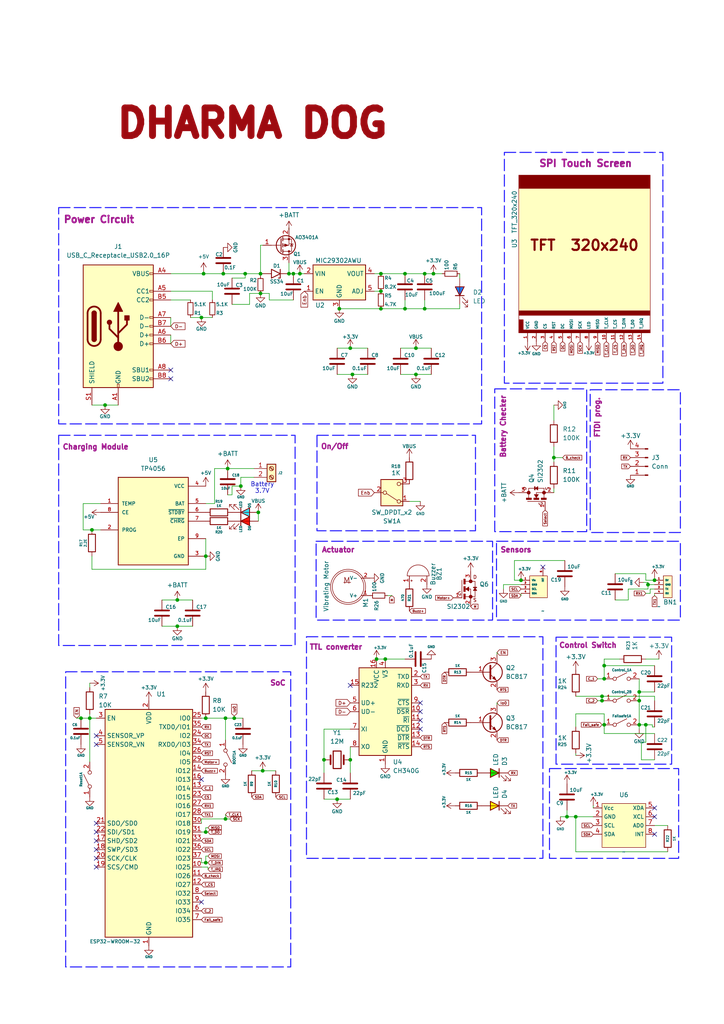
<source format=kicad_sch>
(kicad_sch (version 20230121) (generator eeschema)
  (paper "A4" portrait)
  (title_block (title "Smart Remote") (date "2024-08-23") (rev "Version 2.0") (company "KIIT Robotics Society") (comment 1 "RoboFest Gujrat"))
  (junction (at 59.69 250.19))
  (junction (at 174.625 203.2))
  (junction (at 160.655 132.715))
  (junction (at 189.865 168.275))
  (junction (at 111.76 191.135))
  (junction (at 167.005 236.855))
  (junction (at 110.49 89.535))
  (junction (at 71.12 79.375))
  (junction (at 185.42 203.2))
  (junction (at 110.49 79.375))
  (junction (at 175.26 193.04))
  (junction (at 75.565 85.09))
  (junction (at 65.405 237.49))
  (junction (at 120.65 100.965))
  (junction (at 59.69 161.29))
  (junction (at 65.405 208.28))
  (junction (at 64.77 79.375))
  (junction (at 175.26 210.185))
  (junction (at 123.19 89.535))
  (junction (at 109.22 191.135))
  (junction (at 26.035 208.28))
  (junction (at 30.48 117.475))
  (junction (at 59.69 241.3))
  (junction (at 175.26 196.85))
  (junction (at 51.435 173.99))
  (junction (at 125.73 79.375))
  (junction (at 85.09 79.375))
  (junction (at 120.65 108.585))
  (junction (at 164.465 236.855))
  (junction (at 123.19 79.375))
  (junction (at 187.96 169.545))
  (junction (at 97.79 231.775))
  (junction (at 117.475 79.375))
  (junction (at 101.6 220.345))
  (junction (at 110.49 84.455))
  (junction (at 74.93 148.59))
  (junction (at 98.425 89.535))
  (junction (at 151.13 168.275))
  (junction (at 101.6 100.965))
  (junction (at 66.04 135.89))
  (junction (at 117.475 89.535))
  (junction (at 59.055 79.375))
  (junction (at 185.42 210.185))
  (junction (at 185.42 200.66))
  (junction (at 51.435 181.61))
  (junction (at 26.67 153.67))
  (junction (at 75.565 79.375))
  (junction (at 83.82 79.375))
  (junction (at 69.85 140.97))
  (junction (at 86.995 79.375))
  (junction (at 174.625 201.93))
  (junction (at 67.945 208.28))
  (junction (at 58.42 92.075))
  (junction (at 76.2 223.52))
  (junction (at 187.325 210.185))
  (junction (at 23.495 208.28))
  (junction (at 102.235 108.585))
  (junction (at 59.69 208.28))
  (junction (at 93.98 220.345))
  (no_connect (at 58.42 261.62))
  (no_connect (at 189.865 241.935))
  (no_connect (at 101.6 198.755))
  (no_connect (at 27.94 213.36))
  (no_connect (at 27.94 246.38))
  (no_connect (at 27.94 243.84))
  (no_connect (at 49.53 109.855))
  (no_connect (at 58.42 226.06))
  (no_connect (at 27.94 215.9))
  (no_connect (at 189.865 236.855))
  (no_connect (at 189.865 234.315))
  (no_connect (at 121.92 206.375))
  (no_connect (at 49.53 107.315))
  (no_connect (at 27.94 241.3))
  (no_connect (at 27.94 248.92))
  (no_connect (at 121.92 208.915))
  (no_connect (at 121.92 211.455))
  (no_connect (at 121.92 203.835))
  (no_connect (at 157.48 164.465))
  (no_connect (at 27.94 251.46))
  (no_connect (at 27.94 238.76))
  (wire (pts (xy 189.865 212.725) (xy 175.26 212.725)))
  (wire (pts (xy 182.245 173.99) (xy 178.435 173.99)))
  (wire (pts (xy 186.055 220.345) (xy 189.865 220.345)))
  (wire (pts (xy 62.23 135.89) (xy 66.04 135.89)))
  (wire (pts (xy 167.005 201.93) (xy 174.625 201.93)))
  (wire (pts (xy 46.99 181.61) (xy 51.435 181.61)))
  (wire (pts (xy 188.595 170.815) (xy 188.595 172.085)))
  (wire (pts (xy 83.82 79.375) (xy 85.09 79.375)))
  (wire (pts (xy 149.225 168.275) (xy 149.225 162.56)))
  (wire (pts (xy 187.325 210.185) (xy 187.325 215.265)))
  (wire (pts (xy 58.42 92.075) (xy 61.595 92.075)))
  (wire (pts (xy 85.09 79.375) (xy 86.995 79.375)))
  (wire (pts (xy 182.245 170.815) (xy 182.245 173.99)))
  (wire (pts (xy 167.005 218.44) (xy 167.005 219.075)))
  (wire (pts (xy 101.6 216.535) (xy 101.6 220.345)))
  (wire (pts (xy 59.69 156.21) (xy 59.69 161.29)))
  (wire (pts (xy 66.04 143.51) (xy 67.31 143.51)))
  (wire (pts (xy 30.48 117.475) (xy 34.29 117.475)))
  (wire (pts (xy 59.69 165.1) (xy 59.69 161.29)))
  (wire (pts (xy 187.325 215.265) (xy 186.055 215.265)))
  (wire (pts (xy 73.025 223.52) (xy 76.2 223.52)))
  (wire (pts (xy 97.79 100.965) (xy 101.6 100.965)))
  (wire (pts (xy 110.49 79.375) (xy 117.475 79.375)))
  (wire (pts (xy 61.595 84.455) (xy 61.595 86.995)))
  (wire (pts (xy 185.42 200.66) (xy 189.865 200.66)))
  (wire (pts (xy 78.105 85.09) (xy 75.565 85.09)))
  (wire (pts (xy 58.42 251.46) (xy 60.325 251.46)))
  (wire (pts (xy 93.98 231.775) (xy 97.79 231.775)))
  (wire (pts (xy 116.205 108.585) (xy 120.65 108.585)))
  (wire (pts (xy 167.005 210.82) (xy 167.005 207.01)))
  (wire (pts (xy 187.96 168.91) (xy 187.96 169.545)))
  (wire (pts (xy 58.42 250.19) (xy 59.69 250.19)))
  (wire (pts (xy 49.53 84.455) (xy 61.595 84.455)))
  (wire (pts (xy 167.005 247.015) (xy 193.675 247.015)))
  (wire (pts (xy 160.655 133.985) (xy 160.655 132.715)))
  (wire (pts (xy 117.475 79.375) (xy 123.19 79.375)))
  (wire (pts (xy 175.26 210.185) (xy 175.26 212.725)))
  (wire (pts (xy 185.42 210.185) (xy 187.325 210.185)))
  (wire (pts (xy 178.435 166.37) (xy 187.325 166.37)))
  (wire (pts (xy 151.13 172.085) (xy 151.13 172.72)))
  (wire (pts (xy 117.475 89.535) (xy 123.19 89.535)))
  (wire (pts (xy 111.76 191.135) (xy 117.475 191.135)))
  (wire (pts (xy 120.65 108.585) (xy 125.095 108.585)))
  (wire (pts (xy 66.04 135.89) (xy 73.66 135.89)))
  (wire (pts (xy 186.69 168.91) (xy 187.96 168.91)))
  (wire (pts (xy 93.98 220.345) (xy 93.98 224.155)))
  (wire (pts (xy 167.005 236.855) (xy 167.005 247.015)))
  (wire (pts (xy 26.67 117.475) (xy 30.48 117.475)))
  (wire (pts (xy 58.42 250.19) (xy 58.42 248.92)))
  (wire (pts (xy 160.655 121.92) (xy 160.655 117.475)))
  (wire (pts (xy 60.325 251.46) (xy 60.325 252.095)))
  (wire (pts (xy 26.67 153.67) (xy 29.21 153.67)))
  (wire (pts (xy 185.42 210.185) (xy 185.42 211.455)))
  (wire (pts (xy 59.69 241.3) (xy 60.325 241.3)))
  (wire (pts (xy 185.42 196.85) (xy 185.42 200.66)))
  (wire (pts (xy 26.67 165.1) (xy 59.69 165.1)))
  (wire (pts (xy 93.98 211.455) (xy 93.98 220.345)))
  (wire (pts (xy 78.105 86.995) (xy 78.105 85.09)))
  (wire (pts (xy 175.26 191.135) (xy 179.705 191.135)))
  (wire (pts (xy 59.69 250.19) (xy 60.325 250.19)))
  (wire (pts (xy 123.19 79.375) (xy 125.73 79.375)))
  (wire (pts (xy 64.77 79.375) (xy 71.12 79.375)))
  (wire (pts (xy 59.69 146.05) (xy 62.23 146.05)))
  (wire (pts (xy 118.745 145.415) (xy 121.92 145.415)))
  (wire (pts (xy 123.19 89.535) (xy 133.35 89.535)))
  (wire (pts (xy 167.005 236.855) (xy 172.085 236.855)))
  (wire (pts (xy 160.655 132.715) (xy 163.195 132.715)))
  (wire (pts (xy 101.6 100.965) (xy 106.68 100.965)))
  (wire (pts (xy 49.53 79.375) (xy 59.055 79.375)))
  (wire (pts (xy 59.69 208.28) (xy 65.405 208.28)))
  (wire (pts (xy 144.145 203.835) (xy 144.145 204.47)))
  (wire (pts (xy 174.625 201.93) (xy 174.625 203.2)))
  (wire (pts (xy 67.945 208.28) (xy 70.485 208.28)))
  (wire (pts (xy 189.865 201.93) (xy 174.625 201.93)))
  (wire (pts (xy 85.09 86.995) (xy 78.105 86.995)))
  (wire (pts (xy 29.21 146.05) (xy 24.13 146.05)))
  (wire (pts (xy 185.42 203.2) (xy 185.42 210.185)))
  (wire (pts (xy 175.26 193.04) (xy 175.26 191.135)))
  (wire (pts (xy 112.395 172.72) (xy 113.665 172.72)))
  (wire (pts (xy 101.6 211.455) (xy 93.98 211.455)))
  (wire (pts (xy 164.465 236.855) (xy 167.005 236.855)))
  (wire (pts (xy 189.865 172.72) (xy 189.865 172.085)))
  (wire (pts (xy 123.19 89.535) (xy 123.19 86.995)))
  (wire (pts (xy 108.585 79.375) (xy 110.49 79.375)))
  (wire (pts (xy 189.23 210.185) (xy 189.23 210.82)))
  (wire (pts (xy 59.055 79.375) (xy 64.77 79.375)))
  (wire (pts (xy 187.96 169.545) (xy 187.96 170.815)))
  (wire (pts (xy 187.325 168.275) (xy 189.865 168.275)))
  (wire (pts (xy 189.865 239.395) (xy 193.675 239.395)))
  (wire (pts (xy 116.205 100.965) (xy 120.65 100.965)))
  (wire (pts (xy 59.055 78.74) (xy 59.055 79.375)))
  (wire (pts (xy 59.69 240.03) (xy 59.69 241.3)))
  (wire (pts (xy 46.99 173.99) (xy 51.435 173.99)))
  (wire (pts (xy 71.12 79.375) (xy 75.565 79.375)))
  (wire (pts (xy 65.405 208.28) (xy 67.945 208.28)))
  (wire (pts (xy 59.69 241.3) (xy 58.42 241.3)))
  (wire (pts (xy 67.945 207.645) (xy 67.945 208.28)))
  (wire (pts (xy 188.595 172.085) (xy 187.325 172.085)))
  (wire (pts (xy 67.31 88.265) (xy 72.39 88.265)))
  (wire (pts (xy 175.26 193.04) (xy 189.865 193.04)))
  (wire (pts (xy 102.235 108.585) (xy 106.68 108.585)))
  (wire (pts (xy 23.495 208.28) (xy 26.035 208.28)))
  (wire (pts (xy 60.325 240.03) (xy 59.69 240.03)))
  (wire (pts (xy 164.465 234.95) (xy 164.465 236.855)))
  (wire (pts (xy 26.035 207.01) (xy 26.035 208.28)))
  (wire (pts (xy 26.035 208.28) (xy 26.035 220.98)))
  (wire (pts (xy 65.405 208.28) (xy 65.405 214.63)))
  (wire (pts (xy 149.225 162.56) (xy 163.83 162.56)))
  (wire (pts (xy 26.67 161.29) (xy 26.67 165.1)))
  (wire (pts (xy 24.13 153.67) (xy 26.67 153.67)))
  (wire (pts (xy 133.35 79.375) (xy 133.35 80.645)))
  (wire (pts (xy 49.53 92.075) (xy 49.53 94.615)))
  (wire (pts (xy 173.355 203.2) (xy 174.625 203.2)))
  (wire (pts (xy 75.565 79.375) (xy 75.565 71.12)))
  (wire (pts (xy 117.475 89.535) (xy 117.475 86.995)))
  (wire (pts (xy 109.22 191.135) (xy 111.76 191.135)))
  (wire (pts (xy 83.82 76.2) (xy 83.82 79.375)))
  (wire (pts (xy 189.865 167.64) (xy 189.865 168.275)))
  (wire (pts (xy 173.355 196.85) (xy 175.26 196.85)))
  (wire (pts (xy 67.31 143.51) (xy 67.31 140.97)))
  (wire (pts (xy 73.66 138.43) (xy 69.85 138.43)))
  (wire (pts (xy 24.13 146.05) (xy 24.13 153.67)))
  (wire (pts (xy 55.245 92.075) (xy 58.42 92.075)))
  (wire (pts (xy 189.865 203.2) (xy 189.865 201.93)))
  (wire (pts (xy 174.625 203.2) (xy 175.26 203.2)))
  (wire (pts (xy 146.05 170.815) (xy 146.05 169.545)))
  (wire (pts (xy 26.035 198.12) (xy 26.035 199.39)))
  (wire (pts (xy 71.12 80.645) (xy 71.12 79.375)))
  (wire (pts (xy 146.05 169.545) (xy 151.13 169.545)))
  (wire (pts (xy 22.225 208.28) (xy 23.495 208.28)))
  (wire (pts (xy 97.79 108.585) (xy 102.235 108.585)))
  (wire (pts (xy 187.96 169.545) (xy 189.865 169.545)))
  (wire (pts (xy 51.435 181.61) (xy 55.88 181.61)))
  (wire (pts (xy 172.085 233.68) (xy 172.085 234.315)))
  (wire (pts (xy 133.35 89.535) (xy 133.35 88.265)))
  (wire (pts (xy 62.23 146.05) (xy 62.23 135.89)))
  (wire (pts (xy 108.585 84.455) (xy 110.49 84.455)))
  (wire (pts (xy 65.405 236.22) (xy 65.405 237.49)))
  (wire (pts (xy 86.995 79.375) (xy 88.265 79.375)))
  (wire (pts (xy 175.26 196.85) (xy 175.26 193.04)))
  (wire (pts (xy 75.565 80.01) (xy 75.565 79.375)))
  (wire (pts (xy 67.31 140.97) (xy 69.85 140.97)))
  (wire (pts (xy 75.565 71.12) (xy 76.2 71.12)))
  (wire (pts (xy 187.325 210.185) (xy 189.23 210.185)))
  (wire (pts (xy 185.42 200.66) (xy 185.42 203.2)))
  (wire (pts (xy 151.13 168.275) (xy 149.225 168.275)))
  (wire (pts (xy 67.31 80.645) (xy 71.12 80.645)))
  (wire (pts (xy 59.69 248.285) (xy 60.325 248.285)))
  (wire (pts (xy 189.23 210.82) (xy 189.865 210.82)))
  (wire (pts (xy 110.49 89.535) (xy 117.475 89.535)))
  (wire (pts (xy 97.79 231.775) (xy 101.6 231.775)))
  (wire (pts (xy 160.655 141.605) (xy 160.655 142.875)))
  (wire (pts (xy 58.42 208.28) (xy 59.69 208.28)))
  (wire (pts (xy 58.42 238.76) (xy 58.42 237.49)))
  (wire (pts (xy 187.96 170.815) (xy 182.245 170.815)))
  (wire (pts (xy 69.85 138.43) (xy 69.85 140.97)))
  (wire (pts (xy 187.325 191.135) (xy 191.135 191.135)))
  (wire (pts (xy 72.39 88.265) (xy 72.39 85.09)))
  (wire (pts (xy 175.26 207.01) (xy 175.26 210.185)))
  (wire (pts (xy 101.6 220.345) (xy 101.6 224.155)))
  (wire (pts (xy 26.035 208.28) (xy 27.94 208.28)))
  (wire (pts (xy 51.435 173.99) (xy 55.88 173.99)))
  (wire (pts (xy 125.73 79.375) (xy 128.27 79.375)))
  (wire (pts (xy 144.145 189.23) (xy 144.145 189.865)))
  (wire (pts (xy 174.625 210.185) (xy 175.26 210.185)))
  (wire (pts (xy 189.865 170.815) (xy 188.595 170.815)))
  (wire (pts (xy 83.82 66.04) (xy 83.82 66.675)))
  (wire (pts (xy 59.69 250.19) (xy 59.69 248.285)))
  (wire (pts (xy 75.565 79.375) (xy 76.2 79.375)))
  (wire (pts (xy 72.39 85.09) (xy 75.565 85.09)))
  (wire (pts (xy 74.93 148.59) (xy 74.93 151.13)))
  (wire (pts (xy 110.49 89.535) (xy 98.425 89.535)))
  (wire (pts (xy 186.055 215.265) (xy 186.055 220.345)))
  (wire (pts (xy 167.005 207.01) (xy 175.26 207.01)))
  (wire (pts (xy 187.325 166.37) (xy 187.325 168.275)))
  (wire (pts (xy 58.42 237.49) (xy 65.405 237.49)))
  (wire (pts (xy 65.405 237.49) (xy 66.675 237.49)))
  (wire (pts (xy 76.2 223.52) (xy 80.01 223.52)))
  (wire (pts (xy 160.655 132.715) (xy 160.655 129.54)))
  (wire (pts (xy 49.53 86.995) (xy 55.245 86.995)))
  (wire (pts (xy 49.53 97.155) (xy 49.53 99.695)))
  (wire (pts (xy 120.65 100.965) (xy 125.095 100.965)))
  (wire (pts (xy 162.56 236.855) (xy 164.465 236.855)))
  (rectangle (start 161.29 184.785) (end 194.818 221.615) (stroke (width 0.3) (type dash) (color 37 28 255 1)))
  (rectangle (start 91.948 126.238) (end 137.922 153.924) (stroke (width 0.3) (type dash) (color 37 28 255 1)))
  (rectangle (start 88.9 184.658) (end 157.48 248.92) (stroke (width 0.3) (type dash) (color 37 28 255 1)))
  (rectangle (start 171.196 113.03) (end 197.358 154.432) (stroke (width 0.3) (type dash) (color 37 28 255 1)))
  (rectangle (start 159.385 222.885) (end 196.85 248.92) (stroke (width 0.3) (type dash) (color 37 28 255 1)))
  (rectangle (start 17.018 126.238) (end 85.598 187.198) (stroke (width 0.3) (type dash) (color 37 28 255 1)))
  (rectangle (start 144.018 156.972) (end 197.358 179.832) (stroke (width 0.3) (type dash) (color 37 28 255 1)))
  (rectangle (start 19.05 194.818) (end 84.328 280.416) (stroke (width 0.3) (type dash) (color 37 28 255 1)))
  (rectangle (start 17.018 60.198) (end 139.7 122.936) (stroke (width 0.3) (type dash) (color 37 28 255 1)))
  (rectangle (start 146.304 44.196) (end 192.278 111.125) (stroke (width 0.3) (type dash) (color 37 28 255 1)))
  (rectangle (start 143.51 112.776) (end 170.18 154.178) (stroke (width 0.3) (type dash) (color 37 28 255 1)))
  (rectangle (start 91.694 156.972) (end 142.875 179.832) (stroke (width 0.3) (type dash) (color 37 28 255 1)))
  (text "Power Circuit" (at 18.288 65.024 0) (effects (font (size 2 2) (thickness 0.8) bold) (justify left bottom)))
  (text "SPI Touch Screen\n" (at 156.21 48.768 0) (effects (font (size 2 2) (thickness 0.8) bold) (justify left bottom)))
  (text "Sensors\n" (at 145.034 160.528 0) (effects (font (size 1.5 1.5) (thickness 0.8) bold) (justify left bottom)))
  (text "FTDI prog.\n\n" (at 176.53 127.254 90) (effects (font (size 1.5 1.5) (thickness 0.8) bold) (justify left bottom)))
  (text "SoC\n" (at 78.232 199.136 0) (effects (font (size 1.5 1.5) (thickness 0.8) bold) (justify left bottom)))
  (text "Battery Checker\n" (at 146.812 133.096 90) (effects (font (size 1.5 1.5) (thickness 0.8) bold) (justify left bottom)))
  (text "DHARMA DOG\n" (at 33.02 40.64 0) (effects (font (size 8 8) (thickness 2) bold) (justify left bottom)))
  (text "Battery\n" (at 72.644 141.351 0) (effects (font (size 1.27 1.27)) (justify left bottom)))
  (text "TTL converter\n" (at 89.662 188.722 0) (effects (font (size 1.5 1.5) (thickness 0.8) bold) (justify left bottom)))
  (text "Control Switch\n\n" (at 162.052 190.627 0) (effects (font (size 1.5 1.5) (thickness 0.8) bold) (justify left bottom)))
  (text "3.7V\n" (at 73.914 143.256 0) (effects (font (size 1.27 1.27)) (justify left bottom)))
  (text "Charging Module\n\n" (at 18.034 133.096 0) (effects (font (size 1.5 1.5) (thickness 0.8) bold) (justify left bottom)))
  (text "On/Off\n" (at 92.964 130.556 0) (effects (font (size 1.5 1.5) (thickness 0.8) bold) (justify left bottom)))
  (text "Actuator\n" (at 93.218 160.528 0) (effects (font (size 1.5 1.5) (thickness 0.8) bold) (justify left bottom)))
  (global_label "T_DO" (shape input) (at 183.515 99.06 270) (effects (font (size 0.7 0.7))) (property "Intersheetrefs" "${INTERSHEET_REFS}" (effects hide)))
  (global_label "B_check" (shape input) (at 58.42 254 0) (effects (font (size 0.7 0.7))) (property "Intersheetrefs" "${INTERSHEET_REFS}" (effects hide)))
  (global_label "TX" (shape input) (at 121.92 196.215 0) (effects (font (size 0.7 0.7))) (property "Intersheetrefs" "${INTERSHEET_REFS}" (effects hide)))
  (global_label "Select" (shape input) (at 158.115 147.955 270) (effects (font (size 0.7 0.7))) (property "Intersheetrefs" "${INTERSHEET_REFS}" (effects hide)))
  (global_label "T_IRQ" (shape input) (at 186.055 99.06 270) (effects (font (size 0.7 0.7))) (property "Intersheetrefs" "${INTERSHEET_REFS}" (effects hide)))
  (global_label "Select" (shape input) (at 58.42 259.08 0) (effects (font (size 0.7 0.7))) (property "Intersheetrefs" "${INTERSHEET_REFS}" (effects hide)))
  (global_label "EN" (shape input) (at 144.145 189.23 0) (effects (font (size 0.8 0.8))) (property "Intersheetrefs" "${INTERSHEET_REFS}" (effects hide)))
  (global_label "SDA" (shape input) (at 151.13 172.72 180) (effects (font (size 0.7 0.7))) (property "Intersheetrefs" "${INTERSHEET_REFS}" (effects hide)))
  (global_label "Buzz+" (shape input) (at 118.745 177.165 0) (effects (font (size 0.7 0.7))) (property "Intersheetrefs" "${INTERSHEET_REFS}" (effects hide)))
  (global_label "SCL" (shape input) (at 80.01 231.14 0) (effects (font (size 0.7 0.7))) (property "Intersheetrefs" "${INTERSHEET_REFS}" (effects hide)))
  (global_label "SCL" (shape input) (at 172.085 239.395 180) (effects (font (size 0.7 0.7))) (property "Intersheetrefs" "${INTERSHEET_REFS}" (effects hide)))
  (global_label "MOSI" (shape input) (at 60.325 248.285 0) (effects (font (size 0.7 0.7))) (property "Intersheetrefs" "${INTERSHEET_REFS}" (effects hide)))
  (global_label "RTS" (shape input) (at 144.145 200.025 0) (effects (font (size 0.7 0.7))) (property "Intersheetrefs" "${INTERSHEET_REFS}" (effects hide)))
  (global_label "DTR" (shape input) (at 128.905 194.945 270) (effects (font (size 0.7 0.7))) (property "Intersheetrefs" "${INTERSHEET_REFS}" (effects hide)))
  (global_label "RX" (shape input) (at 58.42 210.82 0) (effects (font (size 0.7 0.7))) (property "Intersheetrefs" "${INTERSHEET_REFS}" (effects hide)))
  (global_label "RTS" (shape input) (at 128.905 209.55 270) (effects (font (size 0.7 0.7))) (property "Intersheetrefs" "${INTERSHEET_REFS}" (effects hide)))
  (global_label "Io0" (shape input) (at 144.145 203.835 0) (effects (font (size 0.8 0.8))) (property "Intersheetrefs" "${INTERSHEET_REFS}" (effects hide)))
  (global_label "C_1" (shape input) (at 173.355 196.85 180) (effects (font (size 0.7 0.7))) (property "Intersheetrefs" "${INTERSHEET_REFS}" (effects hide)))
  (global_label "MISO" (shape input) (at 60.325 240.03 0) (effects (font (size 0.7 0.7))) (property "Intersheetrefs" "${INTERSHEET_REFS}" (effects hide)))
  (global_label "TX1" (shape input) (at 58.42 236.22 0) (effects (font (size 0.7 0.7))) (property "Intersheetrefs" "${INTERSHEET_REFS}" (effects hide)))
  (global_label "T_DIN" (shape input) (at 60.325 250.19 0) (effects (font (size 0.7 0.7))) (property "Intersheetrefs" "${INTERSHEET_REFS}" (effects hide)))
  (global_label "TX" (shape input) (at 147.32 233.68 0) (effects (font (size 0.7 0.7))) (property "Intersheetrefs" "${INTERSHEET_REFS}" (effects hide)))
  (global_label "DTR" (shape input) (at 144.145 214.63 0) (effects (font (size 0.7 0.7))) (property "Intersheetrefs" "${INTERSHEET_REFS}" (effects hide)))
  (global_label "T_CLK" (shape input) (at 175.895 99.06 270) (effects (font (size 0.7 0.7))) (property "Intersheetrefs" "${INTERSHEET_REFS}" (effects hide)))
  (global_label "T_DIN" (shape input) (at 180.975 99.06 270) (effects (font (size 0.7 0.7))) (property "Intersheetrefs" "${INTERSHEET_REFS}" (effects hide)))
  (global_label "TX" (shape input) (at 182.88 135.255 180) (effects (font (size 0.7 0.7))) (property "Intersheetrefs" "${INTERSHEET_REFS}" (effects hide)))
  (global_label "Enb" (shape input) (at 88.265 84.455 270) (effects (font (size 1 1))) (property "Intersheetrefs" "${INTERSHEET_REFS}" (effects hide)))
  (global_label "T_DO" (shape input) (at 60.325 241.3 0) (effects (font (size 0.7 0.7))) (property "Intersheetrefs" "${INTERSHEET_REFS}" (effects hide)))
  (global_label "SDA" (shape input) (at 73.025 231.14 0) (effects (font (size 0.7 0.7))) (property "Intersheetrefs" "${INTERSHEET_REFS}" (effects hide)))
  (global_label "TX1" (shape input) (at 189.865 172.72 270) (effects (font (size 0.7 0.7))) (property "Intersheetrefs" "${INTERSHEET_REFS}" (effects hide)))
  (global_label "SDA" (shape input) (at 58.42 243.84 0) (effects (font (size 0.7 0.7))) (property "Intersheetrefs" "${INTERSHEET_REFS}" (effects hide)))
  (global_label "T_IRQ" (shape input) (at 60.325 252.095 0) (effects (font (size 0.7 0.7))) (property "Intersheetrefs" "${INTERSHEET_REFS}" (effects hide)))
  (global_label "RX" (shape input) (at 182.88 132.715 180) (effects (font (size 0.7 0.7))) (property "Intersheetrefs" "${INTERSHEET_REFS}" (effects hide)))
  (global_label "T_CS" (shape input) (at 58.42 256.54 0) (effects (font (size 0.7 0.7))) (property "Intersheetrefs" "${INTERSHEET_REFS}" (effects hide)))
  (global_label "TX" (shape input) (at 58.42 215.9 0) (effects (font (size 0.7 0.7))) (property "Intersheetrefs" "${INTERSHEET_REFS}" (effects hide)))
  (global_label "Enb" (shape input) (at 108.585 142.875 180) (effects (font (size 1 1))) (property "Intersheetrefs" "${INTERSHEET_REFS}" (effects hide)))
  (global_label "D+" (shape input) (at 49.53 99.695 0) (effects (font (size 1 1))) (property "Intersheetrefs" "${INTERSHEET_REFS}" (effects hide)))
  (global_label "D-" (shape input) (at 49.53 94.615 0) (effects (font (size 1 1))) (property "Intersheetrefs" "${INTERSHEET_REFS}" (effects hide)))
  (global_label "C_1" (shape input) (at 58.42 228.6 0) (effects (font (size 0.7 0.7))) (property "Intersheetrefs" "${INTERSHEET_REFS}" (effects hide)))
  (global_label "D+" (shape input) (at 101.6 203.835 180) (effects (font (size 1 1))) (property "Intersheetrefs" "${INTERSHEET_REFS}" (effects hide)))
  (global_label "Motor+" (shape input) (at 131.445 173.355 180) (effects (font (size 0.7 0.7))) (property "Intersheetrefs" "${INTERSHEET_REFS}" (effects hide)))
  (global_label "D-" (shape input) (at 101.6 206.375 180) (effects (font (size 1 1))) (property "Intersheetrefs" "${INTERSHEET_REFS}" (effects hide)))
  (global_label "RX" (shape input) (at 147.32 224.155 0) (effects (font (size 0.7 0.7))) (property "Intersheetrefs" "${INTERSHEET_REFS}" (effects hide)))
  (global_label "DC" (shape input) (at 58.42 213.36 0) (effects (font (size 0.7 0.7))) (property "Intersheetrefs" "${INTERSHEET_REFS}" (effects hide)))
  (global_label "SCK" (shape input) (at 66.675 237.49 0) (effects (font (size 0.7 0.7))) (property "Intersheetrefs" "${INTERSHEET_REFS}" (effects hide)))
  (global_label "C_2" (shape input) (at 173.355 203.2 180) (effects (font (size 0.7 0.7))) (property "Intersheetrefs" "${INTERSHEET_REFS}" (effects hide)))
  (global_label "C_2" (shape input) (at 58.42 264.16 0) (effects (font (size 0.7 0.7))) (property "Intersheetrefs" "${INTERSHEET_REFS}" (effects hide)))
  (global_label "SDA" (shape input) (at 172.085 241.935 180) (effects (font (size 0.7 0.7))) (property "Intersheetrefs" "${INTERSHEET_REFS}" (effects hide)))
  (global_label "RTS" (shape input) (at 121.92 216.535 0) (effects (font (size 0.7 0.7))) (property "Intersheetrefs" "${INTERSHEET_REFS}" (effects hide)))
  (global_label "Fail_safe" (shape input) (at 58.42 266.7 0) (effects (font (size 0.7 0.7))) (property "Intersheetrefs" "${INTERSHEET_REFS}" (effects hide)))
  (global_label "RST" (shape input) (at 160.655 99.06 270) (effects (font (size 0.7 0.7))) (property "Intersheetrefs" "${INTERSHEET_REFS}" (effects hide)))
  (global_label "DTR" (shape input) (at 121.92 213.995 0) (effects (font (size 0.7 0.7))) (property "Intersheetrefs" "${INTERSHEET_REFS}" (effects hide)))
  (global_label "T_CS" (shape input) (at 178.435 99.06 270) (effects (font (size 0.7 0.7))) (property "Intersheetrefs" "${INTERSHEET_REFS}" (effects hide)))
  (global_label "M" (shape input) (at 136.525 175.895 0) (effects (font (size 0.7 0.7))) (property "Intersheetrefs" "${INTERSHEET_REFS}" (effects hide)))
  (global_label "SCL" (shape input) (at 58.42 246.38 0) (effects (font (size 0.7 0.7))) (property "Intersheetrefs" "${INTERSHEET_REFS}" (effects hide)))
  (global_label "RST" (shape input) (at 58.42 218.44 0) (effects (font (size 0.7 0.7))) (property "Intersheetrefs" "${INTERSHEET_REFS}" (effects hide)))
  (global_label "RX1" (shape input) (at 187.325 172.085 180) (effects (font (size 0.7 0.7))) (property "Intersheetrefs" "${INTERSHEET_REFS}" (effects hide)))
  (global_label "MISO" (shape input) (at 173.355 99.06 270) (effects (font (size 0.7 0.7))) (property "Intersheetrefs" "${INTERSHEET_REFS}" (effects hide)))
  (global_label "Io0" (shape input) (at 67.945 207.645 90) (effects (font (size 0.8 0.8))) (property "Intersheetrefs" "${INTERSHEET_REFS}" (effects hide)))
  (global_label "MOSI" (shape input) (at 165.735 99.06 270) (effects (font (size 0.7 0.7))) (property "Intersheetrefs" "${INTERSHEET_REFS}" (effects hide)))
  (global_label "RX1" (shape input) (at 58.42 233.68 0) (effects (font (size 0.7 0.7))) (property "Intersheetrefs" "${INTERSHEET_REFS}" (effects hide)))
  (global_label "EN" (shape input) (at 22.225 208.28 90) (effects (font (size 0.8 0.8))) (property "Intersheetrefs" "${INTERSHEET_REFS}" (effects hide)))
  (global_label "M" (shape input) (at 113.665 172.72 270) (effects (font (size 0.7 0.7))) (property "Intersheetrefs" "${INTERSHEET_REFS}" (effects hide)))
  (global_label "SCL" (shape input) (at 151.13 170.815 180) (effects (font (size 0.7 0.7))) (property "Intersheetrefs" "${INTERSHEET_REFS}" (effects hide)))
  (global_label "Buzz+" (shape input) (at 58.42 223.52 0) (effects (font (size 0.7 0.7))) (property "Intersheetrefs" "${INTERSHEET_REFS}" (effects hide)))
  (global_label "RX" (shape input) (at 121.92 198.755 0) (effects (font (size 0.7 0.7))) (property "Intersheetrefs" "${INTERSHEET_REFS}" (effects hide)))
  (global_label "CS" (shape input) (at 58.42 231.14 0) (effects (font (size 0.7 0.7))) (property "Intersheetrefs" "${INTERSHEET_REFS}" (effects hide)))
  (global_label "Fail_safe" (shape input) (at 174.625 210.185 180) (effects (font (size 0.7 0.7))) (property "Intersheetrefs" "${INTERSHEET_REFS}" (effects hide)))
  (global_label "T_CLK" (shape input) (at 65.405 236.22 0) (effects (font (size 0.7 0.7))) (property "Intersheetrefs" "${INTERSHEET_REFS}" (effects hide)))
  (global_label "SCK" (shape input) (at 168.275 99.06 270) (effects (font (size 0.7 0.7))) (property "Intersheetrefs" "${INTERSHEET_REFS}" (effects hide)))
  (global_label "Motor+" (shape input) (at 58.42 220.98 0) (effects (font (size 0.7 0.7))) (property "Intersheetrefs" "${INTERSHEET_REFS}" (effects hide)))
  (global_label "CS" (shape input) (at 158.115 99.06 270) (effects (font (size 0.7 0.7))) (property "Intersheetrefs" "${INTERSHEET_REFS}" (effects hide)))
  (global_label "DC" (shape input) (at 163.195 99.06 270) (effects (font (size 0.7 0.7))) (property "Intersheetrefs" "${INTERSHEET_REFS}" (effects hide)))
  (global_label "B_check" (shape input) (at 163.195 132.715 0) (effects (font (size 0.7 0.7))) (property "Intersheetrefs" "${INTERSHEET_REFS}" (effects hide)))
  (symbol (lib_id "TP4056:TP4056") (at 44.45 151.13 0) (unit 1)
    (property "Reference" "U5" (at 44.45 133.35 0))
    (property "Value" "TP4056" (at 44.45 135.89 0))
    (property "Footprint" "TP4056:SOP127P600X175-9N" (effects hide))
    (property "MF" "NanJing Top Power ASIC Corp." (effects hide))
    (property "MAXIMUM_PACKAGE_HEIGHT" "1.75mm" (effects hide))
    (property "Package" "Package" (effects hide))
    (property "Price" "None" (effects hide))
    (property "Check_prices" "https://www.snapeda.com/parts/TP4056/NanJing+Top+Power+ASIC+Corp./view-part/?ref=eda" (effects hide))
    (property "STANDARD" "IPC 7351B" (effects hide))
    (property "SnapEDA_Link" "https://www.snapeda.com/parts/TP4056/NanJing+Top+Power+ASIC+Corp./view-part/?ref=snap" (effects hide))
    (property "MP" "TP4056" (effects hide))
    (property "Description" "\nComplete single cell Li-Ion battery with a constant current / constant voltage linear charger\n" (effects hide))
    (property "Availability" "Not in stock" (effects hide))
    (property "MANUFACTURER" "NanJing Top Power ASIC Corp." (effects hide))
  )
  (symbol (lib_id "power:GND") (at 75.565 85.09 0) (unit 1)
    (property "Reference" "#PWR05" (effects hide))
    (property "Value" "GND" (at 75.565 88.646 0) (effects (font (size 1 1))))
  )
  (symbol (lib_id "power:+3.3V") (at 109.22 191.135 0) (unit 1)
    (property "Reference" "#PWR035" (effects hide))
    (property "Value" "+3.3V" (at 110.236 187.833 0) (effects (font (size 0.8 0.8))))
  )
  (symbol (lib_id "Device:R") (at 118.745 173.355 180) (unit 1)
    (property "Reference" "R21" (at 118.745 173.355 90) (effects (font (size 0.7 0.7))))
    (property "Value" "470" (at 116.84 173.355 90) (effects (font (size 0.7 0.7))))
    (property "Footprint" "Resistor_SMD:R_0805_2012Metric" (effects hide))
  )
  (symbol (lib_id "Device:R") (at 26.67 157.48 0) (unit 1)
    (property "Reference" "R17" (at 23.495 157.48 90) (effects (font (size 0.7 0.7))))
    (property "Value" "2.2E" (at 24.765 157.48 90) (effects (font (size 0.7 0.7))))
    (property "Footprint" "Resistor_SMD:R_0805_2012Metric" (effects hide))
  )
  (symbol (lib_id "power:VBUS") (at 86.995 79.375 0) (unit 1)
    (property "Reference" "#PWR010" (effects hide))
    (property "Value" "VBUS" (at 86.995 76.073 0) (effects (font (size 1 1))))
  )
  (symbol (lib_id "C0720B001F:C0720B001F") (at 100.965 170.18 180) (unit 1)
    (property "Reference" "M1" (at 106.045 173.355 90) (effects (justify left)))
    (property "Value" "Vibrating Motor" (at 94.615 162.56 90) (effects (justify left)))
    (property "Footprint" "Battery:Motor Vib" (effects hide))
    (property "MF" "Jinlong Machinery" (effects hide))
    (property "Description" "s\n- DC Motor Vibration, ERM 10000 RPM - - 3VDC\n" (effects hide))
    (property "Package" "None" (effects hide))
    (property "Price" "None" (effects hide))
    (property "SnapEDA_Link" "e" (effects hide))
    (property "MP" "C0720B001F" (effects hide))
    (property "Availability" "w" (effects hide))
    (property "Check_prices" "e" (effects hide))
  )
  (symbol (lib_id "power:+BATT") (at 66.04 135.89 0) (unit 1)
    (property "Reference" "#PWR049" (effects hide))
    (property "Value" "+BATT" (at 66.04 131.572 0))
  )
  (symbol (lib_name "LED_3") (lib_id "Device:LED") (at 143.51 233.68 0) (mirror y) (unit 1)
    (property "Reference" "D4" (at 146.3675 231.648 90) (effects (justify left)))
    (property "Value" "LED" (at 143.8275 231.648 90) (effects (justify left)))
    (property "Footprint" "LED_SMD:LED_1210_3225Metric" (effects hide))
  )
  (symbol (lib_id "Device:R") (at 59.69 204.47 0) (unit 1)
    (property "Reference" "R8" (at 61.595 203.2 0) (effects (justify left)))
    (property "Value" "10K" (at 61.595 205.74 0) (effects (justify left)))
    (property "Footprint" "Resistor_SMD:R_0805_2012Metric" (effects hide))
  )
  (symbol (lib_id "power:GND") (at 59.69 161.29 90) (unit 1)
    (property "Reference" "#PWR042" (effects hide))
    (property "Value" "GND" (at 63.246 161.29 0) (effects (font (size 1 1))))
  )
  (symbol (lib_id "power:GND") (at 98.425 89.535 0) (unit 1)
    (property "Reference" "#PWR06" (effects hide))
    (property "Value" "GND" (at 98.425 93.091 0) (effects (font (size 1 1))))
  )
  (symbol (lib_id "power:GND") (at 182.88 137.795 0) (unit 1)
    (property "Reference" "#PWR051" (effects hide))
    (property "Value" "GND" (at 182.88 140.97 0) (effects (font (size 0.7 0.7))))
  )
  (symbol (lib_id "power:GND") (at 111.76 221.615 0) (unit 1)
    (property "Reference" "#PWR045" (effects hide))
    (property "Value" "GND" (at 111.76 225.171 0) (effects (font (size 1 1))))
  )
  (symbol (lib_id "Device:C") (at 125.095 104.775 0) (unit 1)
    (property "Reference" "C12" (at 126.111 102.997 0) (effects (font (size 1 1)) (justify left)))
    (property "Value" "0.1uF" (at 120.777 106.807 0) (effects (font (size 1 1)) (justify left)))
    (property "Footprint" "Capacitor_SMD:C_1206_3216Metric" (effects hide))
  )
  (symbol (lib_id "Device:R_Small") (at 109.855 172.72 270) (mirror x) (unit 1)
    (property "Reference" "R26" (at 109.22 177.165 0) (effects (font (size 1 1)) (justify left)))
    (property "Value" "100" (at 108.585 171.704 0) (effects (font (size 1 1)) (justify left)))
    (property "Footprint" "Resistor_SMD:R_0805_2012Metric" (effects hide))
  )
  (symbol (lib_id "power:VBUS") (at 74.93 148.59 0) (unit 1)
    (property "Reference" "#PWR040" (effects hide))
    (property "Value" "VBUS" (at 74.93 145.288 0) (effects (font (size 1 1))))
  )
  (symbol (lib_id "power:VBUS") (at 120.65 100.965 0) (unit 1)
    (property "Reference" "#PWR012" (effects hide))
    (property "Value" "VBUS" (at 120.65 97.663 0) (effects (font (size 1 1))))
  )
  (symbol (lib_id "Device:R") (at 167.005 198.12 0) (unit 1)
    (property "Reference" "R24" (at 164.465 199.3901 0) (effects (font (size 0.9 0.9)) (justify right)))
    (property "Value" "1K" (at 164.465 197.485 0) (effects (justify right)))
    (property "Footprint" "Resistor_SMD:R_0805_2012Metric" (effects hide))
  )
  (symbol (lib_id "Device:R_Small") (at 110.49 81.915 0) (unit 1)
    (property "Reference" "R4" (at 111.506 80.645 0) (effects (font (size 1 1)) (justify left)))
    (property "Value" "8.2K" (at 111.506 83.185 0) (effects (font (size 1 1)) (justify left)))
    (property "Footprint" "Resistor_SMD:R_0805_2012Metric" (effects hide))
  )
  (symbol (lib_id "Device:C") (at 178.435 170.18 180) (unit 1)
    (property "Reference" "C11" (at 177.419 171.958 0) (effects (font (size 1 1)) (justify left)))
    (property "Value" "10uF" (at 183.007 168.148 0) (effects (font (size 1 1)) (justify left)))
    (property "Footprint" "Capacitor_SMD:C_1206_3216Metric" (effects hide))
  )
  (symbol (lib_name "LED_2") (lib_id "Device:LED") (at 71.12 151.13 0) (unit 1)
    (property "Reference" "D6" (at 72.39 152.4 90) (effects (font (size 0.7 0.7)) (justify right)))
    (property "Value" "LED" (at 69.85 152.4 90) (effects (font (size 0.7 0.7)) (justify right)))
    (property "Footprint" "LED_SMD:LED_1210_3225Metric" (effects hide))
  )
  (symbol (lib_id "power:+BATT") (at 83.82 66.675 0) (unit 1)
    (property "Reference" "#PWR04" (effects hide))
    (property "Value" "+BATT" (at 83.82 62.357 0))
  )
  (symbol (lib_id "Switch:SW_DPST_x2") (at 65.405 219.71 270) (unit 1)
    (property "Reference" "BOOT1" (at 67.945 219.71 0) (effects (font (size 0.7 0.7))))
    (property "Value" "SW_DPST_x2" (effects hide))
    (property "Footprint" "Button_Switch_THT:SW_PUSH_6mm_H5mm" (effects hide))
  )
  (symbol (lib_id "Transistor_BJT:BC817") (at 141.605 209.55 0) (unit 1)
    (property "Reference" "Q3" (at 146.685 208.28 0) (effects (justify left)))
    (property "Value" "BC817" (at 146.685 210.82 0) (effects (justify left)))
    (property "Footprint" "Package_TO_SOT_SMD:SOT-23" (effects hide))
    (property "Datasheet" "https://www.onsemi.com/pub/Collateral/BC818-D.pdf" (effects hide))
  )
  (symbol (lib_id "Diode:SMAJ17A") (at 80.01 79.375 180) (unit 1)
    (property "Reference" "D1" (at 80.264 77.089 0) (effects (font (size 1 1))))
    (property "Value" "SS34" (at 80.264 81.661 0) (effects (font (size 1 1))))
    (property "Footprint" "Diode_SMD:D_SMA" (effects hide))
    (property "Datasheet" "https://www.littelfuse.com/media?resourcetype=datasheets&itemid=75e32973-b177-4ee3-a0ff-cedaf1abdb93&filename=smaj-datasheet" (effects hide))
  )
  (symbol (lib_id "Device:R") (at 167.005 214.63 0) (unit 1)
    (property "Reference" "R25" (at 164.465 215.9001 0) (effects (font (size 0.9 0.9)) (justify right)))
    (property "Value" "1K" (at 164.465 213.995 0) (effects (justify right)))
    (property "Footprint" "Resistor_SMD:R_0805_2012Metric" (effects hide))
  )
  (symbol (lib_id "power:+3.3V") (at 132.08 224.155 90) (unit 1)
    (property "Reference" "#PWR048" (effects hide))
    (property "Value" "+3.3V" (at 128.778 223.139 0) (effects (font (size 0.8 0.8))))
  )
  (symbol (lib_id "Device:LED") (at 133.35 84.455 90) (unit 1)
    (property "Reference" "D2" (at 137.16 84.7725 90) (effects (justify right)))
    (property "Value" "LED" (at 137.16 87.3125 90) (effects (justify right)))
    (property "Footprint" "LED_SMD:LED_1210_3225Metric" (effects hide))
  )
  (symbol (lib_id "power:GND") (at 69.85 140.97 0) (unit 1)
    (property "Reference" "#PWR041" (effects hide))
    (property "Value" "GND" (at 69.85 144.145 0) (effects (font (size 0.7 0.7))))
  )
  (symbol (lib_id "Device:R") (at 160.655 125.73 0) (unit 1)
    (property "Reference" "R12" (at 163.195 124.46 0) (effects (justify left)))
    (property "Value" "100K" (at 163.195 127 0) (effects (justify left)))
    (property "Footprint" "Resistor_SMD:R_0805_2012Metric" (effects hide))
  )
  (symbol (lib_id "Device:C") (at 116.205 104.775 0) (unit 1)
    (property "Reference" "C10" (at 117.221 102.997 0) (effects (font (size 1 1)) (justify left)))
    (property "Value" "10uF" (at 112.141 106.807 0) (effects (font (size 1 1)) (justify left)))
    (property "Footprint" "Capacitor_SMD:C_1206_3216Metric" (effects hide))
  )
  (symbol (lib_id "Device:R") (at 73.025 227.33 180) (unit 1)
    (property "Reference" "R9" (at 73.025 227.33 90) (effects (font (size 0.7 0.7))))
    (property "Value" "1K" (at 71.12 227.33 90) (effects (font (size 0.7 0.7))))
    (property "Footprint" "Resistor_SMD:R_0805_2012Metric" (effects hide))
  )
  (symbol (lib_id "tft_320x240:TFT_320x240") (at 169.545 96.52 0) (unit 1)
    (property "Reference" "U3" (at 149.225 69.215 90) (effects (justify right)))
    (property "Value" "TFT_320x240" (at 149.225 55.245 90) (effects (justify right)))
    (property "Footprint" "TFT:TFT-320x240" (effects hide))
  )
  (symbol (lib_name "SW_DPST_x2_1") (lib_id "Switch:SW_DPST_x2") (at 180.34 196.85 0) (unit 1)
    (property "Reference" "Control_1" (at 180.34 194.31 0) (effects (font (size 0.7 0.7))))
    (property "Value" "SW_DPST_x2" (effects hide))
    (property "Footprint" "Button_Switch_THT:SW_PUSH_6mm_H5mm" (effects hide))
  )
  (symbol (lib_id "power:+3.3V") (at 153.035 99.06 180) (unit 1)
    (property "Reference" "#PWR027" (effects hide))
    (property "Value" "+3.3V" (at 152.019 102.362 0) (effects (font (size 0.8 0.8))))
  )
  (symbol (lib_id "power:+3.3V") (at 164.465 227.33 0) (unit 1)
    (property "Reference" "#PWR056" (effects hide))
    (property "Value" "+3.3V" (at 165.481 224.028 0) (effects (font (size 0.8 0.8))))
  )
  (symbol (lib_id "Device:R_Small") (at 61.595 89.535 0) (mirror x) (unit 1)
    (property "Reference" "R3" (at 62.611 90.805 0) (effects (font (size 1 1)) (justify left)))
    (property "Value" "5.1K" (at 62.611 88.265 0) (effects (font (size 1 1)) (justify left)))
    (property "Footprint" "Resistor_SMD:R_0805_2012Metric" (effects hide))
  )
  (symbol (lib_id "Device:C") (at 117.475 83.185 0) (unit 1)
    (property "Reference" "C4" (at 117.983 81.407 0) (effects (font (size 1 1)) (justify left)))
    (property "Value" "10uF" (at 117.475 85.471 0) (effects (font (size 1 1)) (justify left)))
    (property "Footprint" "Capacitor_SMD:C_1206_3216Metric" (effects hide))
  )
  (symbol (lib_id "Device:Buzzer") (at 121.285 167.005 90) (unit 1)
    (property "Reference" "BZ1" (at 127.381 164.465 0) (effects (justify right)))
    (property "Value" "Buzzer" (at 125.603 163.195 0) (effects (justify right)))
    (property "Footprint" "Buzzer_Beeper:Buzzer_12x9.5RM7.6" (effects hide))
  )
  (symbol (lib_id "Device:C") (at 164.465 231.14 180) (unit 1)
    (property "Reference" "C9" (at 163.449 232.918 0) (effects (font (size 1 1)) (justify left)))
    (property "Value" "10uF" (at 169.037 229.108 0) (effects (font (size 1 1)) (justify left)))
    (property "Footprint" "Capacitor_SMD:C_1206_3216Metric" (effects hide))
  )
  (symbol (lib_id "power:GND") (at 185.42 211.455 0) (unit 1)
    (property "Reference" "#PWR023" (effects hide))
    (property "Value" "GND" (at 185.42 215.011 0) (effects (font (size 1 1))))
  )
  (symbol (lib_id "Interface_USB:CH340G") (at 111.76 206.375 0) (unit 1)
    (property "Reference" "U4" (at 113.9541 220.98 0) (effects (justify left)))
    (property "Value" "CH340G" (at 113.9541 223.52 0) (effects (justify left)))
    (property "Footprint" "Package_SO:SOIC-16_3.9x9.9mm_P1.27mm" (effects hide))
    (property "Datasheet" "http://www.datasheet5.com/pdf-local-2195953" (effects hide))
  )
  (symbol (lib_id "power:+3.3V") (at 76.2 223.52 0) (unit 1)
    (property "Reference" "#PWR030" (effects hide))
    (property "Value" "+3.3V" (at 76.2 219.71 0) (effects (font (size 1 1))))
  )
  (symbol (lib_id "Transistor_BJT:BC817") (at 141.605 194.945 0) (unit 1)
    (property "Reference" "Q2" (at 146.685 193.675 0) (effects (justify left)))
    (property "Value" "BC817" (at 146.685 196.215 0) (effects (justify left)))
    (property "Footprint" "Package_TO_SOT_SMD:SOT-23" (effects hide))
    (property "Datasheet" "https://www.onsemi.com/pub/Collateral/BC818-D.pdf" (effects hide))
  )
  (symbol (lib_id "Device:R") (at 135.89 233.68 270) (unit 1)
    (property "Reference" "R16" (at 135.89 233.68 90) (effects (font (size 0.7 0.7))))
    (property "Value" "1K" (at 135.89 235.585 90) (effects (font (size 0.7 0.7))))
    (property "Footprint" "Resistor_SMD:R_0805_2012Metric" (effects hide))
  )
  (symbol (lib_id "power:+5V") (at 59.055 78.74 0) (unit 1)
    (property "Reference" "#PWR03" (effects hide))
    (property "Value" "+5V" (at 59.055 74.422 0) (effects (font (size 1 1))))
  )
  (symbol (lib_id "Regulator_Linear:MIC29302AWU") (at 98.425 81.915 0) (unit 1)
    (property "Reference" "U2" (at 92.837 88.519 0))
    (property "Value" "MIC29302AWU" (at 98.171 75.565 0))
    (property "Footprint" "Package_TO_SOT_SMD:TO-263-5_TabPin3" (effects hide))
    (property "Datasheet" "https://ww1.microchip.com/downloads/aemDocuments/documents/OTH/ProductDocuments/DataSheets/20005897B.pdf" (effects hide))
  )
  (symbol (lib_id "Device:R") (at 135.89 224.155 270) (unit 1)
    (property "Reference" "R15" (at 135.89 224.155 90) (effects (font (size 0.7 0.7))))
    (property "Value" "1K" (at 135.89 226.06 90) (effects (font (size 0.7 0.7))))
    (property "Footprint" "Resistor_SMD:R_0805_2012Metric" (effects hide))
  )
  (symbol (lib_id "power:GND") (at 64.77 71.755 90) (mirror x) (unit 1)
    (property "Reference" "#PWR01" (effects hide))
    (property "Value" "GND" (at 68.326 71.755 0) (effects (font (size 1 1))))
  )
  (symbol (lib_id "Device:C") (at 64.77 75.565 0) (unit 1)
    (property "Reference" "C2" (at 62.484 73.787 0) (effects (font (size 1 1)) (justify left)))
    (property "Value" "0.1F" (at 65.024 77.597 0) (effects (font (size 1 1)) (justify left)))
    (property "Footprint" "Capacitor_SMD:C_1206_3216Metric" (effects hide))
  )
  (symbol (lib_id "power:GND") (at 160.655 117.475 90) (unit 1)
    (property "Reference" "#PWR019" (effects hide))
    (property "Value" "GND" (at 163.83 117.475 0) (effects (font (size 0.7 0.7))))
  )
  (symbol (lib_id "power:+3.3V") (at 191.135 191.135 0) (unit 1)
    (property "Reference" "#PWR015" (effects hide))
    (property "Value" "+3.3V" (at 191.135 187.325 0))
  )
  (symbol (lib_id "power:+BATT") (at 150.495 142.875 90) (unit 1)
    (property "Reference" "#PWR018" (effects hide))
    (property "Value" "+BATT" (at 146.177 142.875 0))
  )
  (symbol (lib_id "power:+3.3V") (at 167.005 194.31 0) (unit 1)
    (property "Reference" "#PWR057" (effects hide))
    (property "Value" "+3.3V" (at 167.005 190.5 0))
  )
  (symbol (lib_id "power:GND") (at 30.48 117.475 0) (unit 1)
    (property "Reference" "#PWR07" (effects hide))
    (property "Value" "GND" (at 30.48 120.777 0) (effects (font (size 1 1))))
  )
  (symbol (lib_id "Connector:Screw_Terminal_01x02") (at 78.74 135.89 0) (unit 1)
    (property "Reference" "J2" (at 80.645 137.16 0) (effects (font (size 0.7 0.7)) (justify left)))
    (property "Value" "Screw_Terminal_01x02" (effects hide))
    (property "Footprint" "Battery:Motor Vib" (effects hide))
  )
  (symbol (lib_id "power:GND") (at 125.095 191.135 180) (unit 1)
    (property "Reference" "#PWR044" (effects hide))
    (property "Value" "GND" (at 125.095 187.579 0) (effects (font (size 0.7 0.7))))
  )
  (symbol (lib_id "power:VBUS") (at 118.745 132.715 0) (unit 1)
    (property "Reference" "#PWR052" (effects hide))
    (property "Value" "VBUS" (at 118.745 129.413 0) (effects (font (size 1 1))))
  )
  (symbol (lib_id "power:GND") (at 120.65 108.585 0) (unit 1)
    (property "Reference" "#PWR013" (effects hide))
    (property "Value" "GND" (at 120.65 112.141 0) (effects (font (size 1 1))))
  )
  (symbol (lib_id "power:GND") (at 58.42 92.075 0) (unit 1)
    (property "Reference" "#PWR08" (effects hide))
    (property "Value" "GND" (at 58.42 95.377 0) (effects (font (size 1 1))))
  )
  (symbol (lib_id "SI2302:SI2302") (at 155.575 142.875 90) (unit 1)
    (property "Reference" "Q4" (at 154.2001 140.081 0) (effects (justify left)))
    (property "Value" "SI2302" (at 156.7401 140.081 0) (effects (justify left)))
    (property "Footprint" "SI2302:SOT23" (effects hide))
    (property "MF" "Vishay Siliconix" (effects hide))
    (property "Description" "\nN-Channel 20 V 2.6A (Ta) 710mW (Ta) Surface Mount SOT-23-3 (TO-236)\n" (effects hide))
    (property "Package" "SOT-23-3 Vishay Siliconix" (effects hide))
    (property "Price" "None" (effects hide))
    (property "SnapEDA_Link" "https://www.snapeda.com/parts/SI2302/Vishay+Siliconix/view-part/?ref=snap" (effects hide))
    (property "MP" "SI2302" (effects hide))
    (property "Purchase-URL" "https://www.snapeda.com/api/url_track_click_mouser/?unipart_id=2777527&manufacturer=Vishay Siliconix&part_name=SI2302&search_term=si2302" (effects hide))
    (property "Availability" "Not in stock" (effects hide))
    (property "Check_prices" "https://www.snapeda.com/parts/SI2302/Vishay+Siliconix/view-part/?ref=eda" (effects hide))
  )
  (symbol (lib_id "Transistor_FET:AO3401A") (at 81.28 71.12 0) (mirror x) (unit 1)
    (property "Reference" "Q1" (at 85.09 73.66 0) (effects (font (size 1 1)) (justify left)))
    (property "Value" "AO3401A" (at 85.598 68.834 0) (effects (font (size 1 1)) (justify left)))
    (property "Footprint" "Package_TO_SOT_SMD:SOT-23" (effects hide))
    (property "Datasheet" "http://www.aosmd.com/pdfs/datasheet/AO3401A.pdf" (effects hide))
  )
  (symbol (lib_id "power:+3.3V") (at 189.865 167.64 0) (unit 1)
    (property "Reference" "#PWR034" (effects hide))
    (property "Value" "+3.3V" (at 190.881 164.338 0) (effects (font (size 0.8 0.8))))
  )
  (symbol (lib_id "power:+3.3V") (at 132.08 233.68 90) (unit 1)
    (property "Reference" "#PWR047" (effects hide))
    (property "Value" "+3.3V" (at 128.778 232.664 0) (effects (font (size 0.8 0.8))))
  )
  (symbol (lib_id "Device:C") (at 23.495 212.09 180) (unit 1)
    (property "Reference" "C6" (at 20.955 210.185 0) (effects (font (size 0.7 0.7)) (justify right)))
    (property "Value" "0.1uF" (at 20.32 213.995 0) (effects (font (size 0.7 0.7)) (justify right)))
    (property "Footprint" "Capacitor_SMD:C_1206_3216Metric" (effects hide))
  )
  (symbol (lib_id "power:GND") (at 123.825 169.545 0) (unit 1)
    (property "Reference" "#PWR031" (effects hide))
    (property "Value" "GND" (at 123.825 173.101 0) (effects (font (size 1 1))))
  )
  (symbol (lib_id "Device:C") (at 93.98 227.965 0) (mirror x) (unit 1)
    (property "Reference" "C13" (at 94.996 229.743 0) (effects (font (size 1 1)) (justify left)))
    (property "Value" "22pF" (at 89.408 225.933 0) (effects (font (size 1 1)) (justify left)))
    (property "Footprint" "Capacitor_SMD:C_1206_3216Metric" (effects hide))
  )
  (symbol (lib_id "power:GND") (at 121.92 145.415 0) (unit 1)
    (property "Reference" "#PWR039" (effects hide))
    (property "Value" "GND" (at 121.92 148.971 0) (effects (font (size 0.8 0.8))))
  )
  (symbol (lib_id "power:GND") (at 65.405 224.79 0) (unit 1)
    (property "Reference" "#PWR028" (effects hide))
    (property "Value" "GND" (at 65.405 227.965 0) (effects (font (size 0.7 0.7))))
  )
  (symbol (lib_id "power:GND") (at 107.315 167.64 90) (unit 1)
    (property "Reference" "#PWR017" (effects hide))
    (property "Value" "GND" (at 110.871 167.64 0) (effects (font (size 1 1))))
  )
  (symbol (lib_id "Device:R") (at 63.5 151.13 270) (mirror x) (unit 1)
    (property "Reference" "R20" (at 63.5 154.305 90) (effects (font (size 0.7 0.7))))
    (property "Value" "1K" (at 63.5 153.035 90) (effects (font (size 0.7 0.7))))
    (property "Footprint" "Resistor_SMD:R_0805_2012Metric" (effects hide))
  )
  (symbol (lib_id "Switch:SW_DPDT_x2") (at 113.665 142.875 0) (mirror x) (unit 1)
    (property "Reference" "SW1" (at 113.665 151.13 0))
    (property "Value" "SW_DPDT_x2" (at 113.665 148.59 0))
    (property "Footprint" "MINI-SPDT-SW:SW_MINI-SPDT-SW" (effects hide))
  )
  (symbol (lib_id "Device:C") (at 66.04 139.7 0) (unit 1)
    (property "Reference" "C18" (at 67.31 137.795 0) (effects (font (size 0.7 0.7)) (justify left)))
    (property "Value" "10uF" (at 64.135 141.605 0) (effects (font (size 0.7 0.7)) (justify left)))
    (property "Footprint" "Capacitor_SMD:C_1206_3216Metric" (effects hide))
  )
  (symbol (lib_id "power:+3.3V") (at 167.005 219.075 270) (unit 1)
    (property "Reference" "#PWR058" (effects hide))
    (property "Value" "+3.3V" (at 170.815 218.44 0))
  )
  (symbol (lib_id "Device:C") (at 101.6 227.965 0) (mirror y) (unit 1)
    (property "Reference" "C14" (at 100.584 226.187 0) (effects (font (size 1 1)) (justify left)))
    (property "Value" "22pF" (at 106.172 229.997 0) (effects (font (size 1 1)) (justify left)))
    (property "Footprint" "Capacitor_SMD:C_1206_3216Metric" (effects hide))
  )
  (symbol (lib_id "power:+3.3V") (at 43.18 203.2 0) (unit 1)
    (property "Reference" "#PWR020" (effects hide))
    (property "Value" "+3.3V" (at 43.18 199.39 0) (effects (font (size 1 1))))
  )
  (symbol (lib_id "Device:C") (at 121.285 191.135 270) (unit 1)
    (property "Reference" "C15" (at 123.063 192.151 0) (effects (font (size 1 1)) (justify left)))
    (property "Value" "0.1uF" (at 119.253 186.563 0) (effects (font (size 1 1)) (justify left)))
    (property "Footprint" "Capacitor_SMD:C_1206_3216Metric" (effects hide))
  )
  (symbol (lib_id "Device:R") (at 132.715 194.945 90) (unit 1)
    (property "Reference" "R13" (at 132.715 194.945 90) (effects (font (size 0.7 0.7))))
    (property "Value" "1K" (at 132.715 193.04 90) (effects (font (size 0.7 0.7))))
    (property "Footprint" "Resistor_SMD:R_0805_2012Metric" (effects hide))
  )
  (symbol (lib_id "Device:C") (at 67.31 84.455 0) (unit 1)
    (property "Reference" "C3" (at 68.326 82.677 0) (effects (font (size 1 1)) (justify left)))
    (property "Value" "10uF" (at 62.865 82.55 0) (effects (font (size 1 1)) (justify left)))
    (property "Footprint" "Capacitor_SMD:C_1206_3216Metric" (effects hide))
  )
  (symbol (lib_id "power:GND") (at 163.83 170.18 0) (unit 1)
    (property "Reference" "#PWR021" (effects hide))
    (property "Value" "GND" (at 163.83 173.736 0) (effects (font (size 0.7 0.7))))
  )
  (symbol (lib_id "Device:R") (at 183.515 191.135 270) (unit 1)
    (property "Reference" "R23" (at 182.2449 188.595 0) (effects (font (size 0.9 0.9)) (justify right)))
    (property "Value" "1K" (at 184.15 188.595 0) (effects (justify right)))
    (property "Footprint" "Resistor_SMD:R_0805_2012Metric" (effects hide))
  )
  (symbol (lib_id "Device:R_Small") (at 130.81 79.375 270) (mirror x) (unit 1)
    (property "Reference" "R6" (at 132.08 78.359 0) (effects (font (size 1 1)) (justify left)))
    (property "Value" "100" (at 129.54 78.359 0) (effects (font (size 1 1)) (justify left)))
    (property "Footprint" "Resistor_SMD:R_0805_2012Metric" (effects hide))
  )
  (symbol (lib_id "Device:R") (at 193.675 243.205 0) (unit 1)
    (property "Reference" "R22" (at 193.675 243.205 90) (effects (font (size 0.7 0.7))))
    (property "Value" "1K" (at 195.58 243.205 90) (effects (font (size 0.7 0.7))))
    (property "Footprint" "Resistor_SMD:R_0805_2012Metric" (effects hide))
  )
  (symbol (lib_id "Device:R") (at 80.01 227.33 180) (unit 1)
    (property "Reference" "R10" (at 80.01 227.33 90) (effects (font (size 0.7 0.7))))
    (property "Value" "1K" (at 78.105 227.33 90) (effects (font (size 0.7 0.7))))
    (property "Footprint" "Resistor_SMD:R_0805_2012Metric" (effects hide))
  )
  (symbol (lib_id "power:GND") (at 186.69 168.91 270) (unit 1)
    (property "Reference" "#PWR033" (effects hide))
    (property "Value" "GND" (at 183.134 168.91 0) (effects (font (size 0.5 0.5))))
  )
  (symbol (lib_id "Device:R") (at 26.035 203.2 0) (unit 1)
    (property "Reference" "R7" (at 28.575 201.93 0) (effects (justify left)))
    (property "Value" "10K" (at 28.575 204.47 0) (effects (justify left)))
    (property "Footprint" "Resistor_SMD:R_0805_2012Metric" (effects hide))
  )
  (symbol (lib_id "power:GND") (at 23.495 215.9 0) (unit 1)
    (property "Reference" "#PWR014" (effects hide))
    (property "Value" "GND" (at 23.495 219.075 0) (effects (font (size 0.7 0.7))))
  )
  (symbol (lib_id "Device:C") (at 55.88 177.8 0) (unit 1)
    (property "Reference" "C17" (at 56.896 176.022 0) (effects (font (size 1 1)) (justify left)))
    (property "Value" "0.1uF" (at 51.562 179.832 0) (effects (font (size 1 1)) (justify left)))
    (property "Footprint" "Capacitor_SMD:C_1206_3216Metric" (effects hide))
  )
  (symbol (lib_id "power:GND") (at 146.05 170.815 0) (unit 1)
    (property "Reference" "#PWR043" (effects hide))
    (property "Value" "GND" (at 146.05 174.371 0) (effects (font (size 0.7 0.7))))
  )
  (symbol (lib_id "power:GND") (at 26.035 231.14 0) (unit 1)
    (property "Reference" "#PWR016" (effects hide))
    (property "Value" "GND" (at 26.035 234.315 0) (effects (font (size 0.7 0.7))))
  )
  (symbol (lib_id "Device:C") (at 46.99 177.8 0) (unit 1)
    (property "Reference" "C16" (at 48.006 176.022 0) (effects (font (size 1 1)) (justify left)))
    (property "Value" "10uF" (at 42.926 179.832 0) (effects (font (size 1 1)) (justify left)))
    (property "Footprint" "Capacitor_SMD:C_1206_3216Metric" (effects hide))
  )
  (symbol (lib_id "Device:C") (at 106.68 104.775 0) (unit 1)
    (property "Reference" "C8" (at 107.696 102.997 0) (effects (font (size 1 1)) (justify left)))
    (property "Value" "0.1uF" (at 102.108 106.807 0) (effects (font (size 1 1)) (justify left)))
    (property "Footprint" "Capacitor_SMD:C_1206_3216Metric" (effects hide))
  )
  (symbol (lib_id "Switch:SW_DPST_x2") (at 180.34 210.185 0) (unit 1)
    (property "Reference" "Failsafe1" (at 180.34 207.645 0) (effects (font (size 0.7 0.7))))
    (property "Value" "SW_DPST_x2" (effects hide))
    (property "Footprint" "Button_Switch_THT:SW_PUSH_6mm_H5mm" (effects hide))
  )
  (symbol (lib_id "power:+5V") (at 59.69 140.97 0) (unit 1)
    (property "Reference" "#PWR038" (effects hide))
    (property "Value" "+5V" (at 59.69 137.16 0) (effects (font (size 1 1))))
  )
  (symbol (lib_id "Device:C") (at 163.83 166.37 180) (unit 1)
    (property "Reference" "C19" (at 162.814 168.148 0) (effects (font (size 1 1)) (justify left)))
    (property "Value" "10uF" (at 168.402 164.338 0) (effects (font (size 1 1)) (justify left)))
    (property "Footprint" "Capacitor_SMD:C_1206_3216Metric" (effects hide))
  )
  (symbol (lib_id "Device:R_Small") (at 75.565 82.55 0) (mirror y) (unit 1)
    (property "Reference" "R2" (at 74.549 81.28 0) (effects (font (size 1 1)) (justify left)))
    (property "Value" "100K" (at 74.549 83.82 0) (effects (font (size 1 1)) (justify left)))
    (property "Footprint" "Resistor_SMD:R_0805_2012Metric" (effects hide))
  )
  (symbol (lib_id "Device:C") (at 189.865 207.01 0) (mirror y) (unit 1)
    (property "Reference" "C21" (at 188.849 205.232 0) (effects (font (size 1 1)) (justify left)))
    (property "Value" "22pF" (at 194.437 209.042 0) (effects (font (size 1 1)) (justify left)))
    (property "Footprint" "Capacitor_SMD:C_1206_3216Metric" (effects hide))
  )
  (symbol (lib_id "Device:R") (at 132.715 209.55 90) (unit 1)
    (property "Reference" "R14" (at 132.715 209.55 90) (effects (font (size 0.7 0.7))))
    (property "Value" "1K" (at 132.715 207.645 90) (effects (font (size 0.7 0.7))))
    (property "Footprint" "Resistor_SMD:R_0805_2012Metric" (effects hide))
  )
  (symbol (lib_name "LED_4") (lib_id "Device:LED") (at 143.51 224.155 0) (mirror y) (unit 1)
    (property "Reference" "D3" (at 146.3675 222.123 90) (effects (justify left)))
    (property "Value" "LED" (at 143.8275 222.123 90) (effects (justify left)))
    (property "Footprint" "LED_SMD:LED_1210_3225Metric" (effects hide))
  )
  (symbol (lib_id "power:GND") (at 155.575 99.06 0) (unit 1)
    (property "Reference" "#PWR026" (effects hide))
    (property "Value" "GND" (at 155.575 102.616 0) (effects (font (size 0.8 0.8))))
  )
  (symbol (lib_id "power:+3.3V") (at 101.6 100.965 0) (unit 1)
    (property "Reference" "#PWR09" (effects hide))
    (property "Value" "+3.3V" (at 101.6 97.663 0) (effects (font (size 1 1))))
  )
  (symbol (lib_id "power:GND") (at 97.79 231.775 0) (unit 1)
    (property "Reference" "#PWR046" (effects hide))
    (property "Value" "GND" (at 97.79 235.331 0) (effects (font (size 1 1))))
  )
  (symbol (lib_id "RF_Module:ESP32-WROOM-32") (at 43.18 238.76 0) (unit 1)
    (property "Reference" "U1" (at 45.3741 201.295 0) (effects (justify left)))
    (property "Value" "ESP32-WROOM-32" (at 26.035 273.05 0) (effects (font (size 1 1)) (justify left)))
    (property "Footprint" "RF_Module:ESP32-WROOM-32" (effects hide))
    (property "Datasheet" "https://www.espressif.com/sites/default/files/documentation/esp32-wroom-32_datasheet_en.pdf" (effects hide))
  )
  (symbol (lib_id "Device:C") (at 123.19 83.185 0) (unit 1)
    (property "Reference" "C5" (at 123.444 81.407 0) (effects (font (size 1 1)) (justify left)))
    (property "Value" "100uF" (at 124.46 85.09 0) (effects (font (size 1 1)) (justify left)))
    (property "Footprint" "Capacitor_SMD:C_1206_3216Metric" (effects hide))
  )
  (symbol (lib_id "Connector:USB_C_Receptacle_USB2.0_16P") (at 34.29 94.615 0) (unit 1)
    (property "Reference" "J1" (at 34.29 71.501 0))
    (property "Value" "USB_C_Receptacle_USB2.0_16P" (at 34.29 74.041 0))
    (property "Footprint" "Connector_USB:USB_C_Receptacle_HCTL_HC-TYPE-C-16P-01A" (effects hide))
    (property "Datasheet" "https://www.usb.org/sites/default/files/documents/usb_type-c.zip" (effects hide))
  )
  (symbol (lib_id "Device:R") (at 160.655 137.795 0) (unit 1)
    (property "Reference" "R11" (at 163.195 136.525 0) (effects (justify left)))
    (property "Value" "100K" (at 163.195 139.065 0) (effects (justify left)))
    (property "Footprint" "Resistor_SMD:R_0805_2012Metric" (effects hide))
  )
  (symbol (lib_id "Connector:Conn_01x04_Pin") (at 187.96 135.255 180) (unit 1)
    (property "Reference" "J3" (at 188.976 132.715 0) (effects (justify right)))
    (property "Value" "Conn" (at 188.976 135.255 0) (effects (justify right)))
    (property "Footprint" "Connector_PinHeader_2.54mm:PinHeader_1x04_P2.54mm_Vertical" (effects hide))
  )
  (symbol (lib_id "Sensor_Proximity:GPS_BN220") (at 191.135 175.895 0) (unit 1)
    (property "Reference" "BN1" (at 192.405 174.625 0) (effects (justify left)))
    (property "Value" "~" (at 191.135 175.895 0))
    (property "Footprint" "Button_Switch_Keyboard:gps footprinbt" (effects hide))
  )
  (symbol (lib_id "power:+3.3V") (at 125.73 79.375 0) (unit 1)
    (property "Reference" "#PWR02" (effects hide))
    (property "Value" "+3.3V" (at 125.73 75.565 0) (effects (font (size 1 1))))
  )
  (symbol (lib_id "power:+3.3V") (at 182.88 130.175 0) (unit 1)
    (property "Reference" "#PWR053" (effects hide))
    (property "Value" "+3.3V" (at 182.88 126.365 0))
  )
  (symbol (lib_id "power:+3.3V") (at 170.815 99.06 180) (unit 1)
    (property "Reference" "#PWR032" (effects hide))
    (property "Value" "+3.3V" (at 170.815 102.362 0) (effects (font (size 0.7 0.7))))
  )
  (symbol (lib_id "power:GND") (at 162.56 236.855 0) (unit 1)
    (property "Reference" "#PWR055" (effects hide))
    (property "Value" "GND" (at 162.56 240.411 0) (effects (font (size 0.7 0.7))))
  )
  (symbol (lib_id "power:GND") (at 70.485 215.9 0) (unit 1)
    (property "Reference" "#PWR059" (effects hide))
    (property "Value" "GND" (at 70.485 219.075 0) (effects (font (size 0.7 0.7))))
  )
  (symbol (lib_id "Switch:SW_DPST_x2") (at 26.035 226.06 90) (unit 1)
    (property "Reference" "Reset1" (at 23.495 226.06 0) (effects (font (size 0.7 0.7))))
    (property "Value" "SW_DPST_x2" (effects hide))
    (property "Footprint" "Button_Switch_THT:SW_PUSH_6mm_H5mm" (effects hide))
  )
  (symbol (lib_id "Device:C") (at 97.79 104.775 0) (unit 1)
    (property "Reference" "C7" (at 98.806 102.997 0) (effects (font (size 1 1)) (justify left)))
    (property "Value" "10uF" (at 93.472 106.807 0) (effects (font (size 1 1)) (justify left)))
    (property "Footprint" "Capacitor_SMD:C_1206_3216Metric" (effects hide))
  )
  (symbol (lib_id "Regulator_Switching:MPU6050_module") (at 180.975 247.015 0) (unit 1)
    (property "Reference" "U6" (at 180.975 230.505 0))
    (property "Value" "~" (at 180.975 247.015 0))
    (property "Footprint" "usini_sensors:module_mpu6050" (effects hide))
  )
  (symbol (lib_id "Device:R") (at 63.5 148.59 270) (unit 1)
    (property "Reference" "R19" (at 63.5 145.415 90) (effects (font (size 0.7 0.7))))
    (property "Value" "1K" (at 63.5 146.685 90) (effects (font (size 0.7 0.7))))
    (property "Footprint" "Resistor_SMD:R_0805_2012Metric" (effects hide))
  )
  (symbol (lib_id "power:+3.3V") (at 59.69 200.66 0) (unit 1)
    (property "Reference" "#PWR025" (effects hide))
    (property "Value" "+3.3V" (at 59.69 196.85 0) (effects (font (size 1 1))))
  )
  (symbol (lib_id "Device:Crystal") (at 97.79 220.345 0) (unit 1)
    (property "Reference" "Y1" (at 97.79 212.471 0))
    (property "Value" "12M" (at 97.79 215.011 0))
    (property "Footprint" "Crystal:Crystal_HC49-4H_Vertical" (effects hide))
  )
  (symbol (lib_id "power:+3.3V") (at 172.085 233.68 0) (unit 1)
    (property "Reference" "#PWR022" (effects hide))
    (property "Value" "+3.3V" (at 173.101 230.378 0) (effects (font (size 0.8 0.8))))
  )
  (symbol (lib_name "SW_DPST_x2_2") (lib_id "Switch:SW_DPST_x2") (at 180.34 203.2 0) (unit 2)
    (property "Reference" "Control_2" (at 180.34 200.66 0) (effects (font (size 0.7 0.7))))
    (property "Value" "SW_DPST_x2" (effects hide))
    (property "Footprint" "Button_Switch_THT:SW_PUSH_6mm_H5mm" (effects hide))
  )
  (symbol (lib_id "Device:C") (at 189.865 216.535 0) (mirror y) (unit 1)
    (property "Reference" "C22" (at 193.675 214.63 0) (effects (font (size 1 1)) (justify left)))
    (property "Value" "22pF" (at 194.437 218.567 0) (effects (font (size 1 1)) (justify left)))
    (property "Footprint" "Capacitor_SMD:C_1206_3216Metric" (effects hide))
  )
  (symbol (lib_id "power:GND") (at 51.435 181.61 0) (unit 1)
    (property "Reference" "#PWR050" (effects hide))
    (property "Value" "GND" (at 51.435 185.166 0) (effects (font (size 1 1))))
  )
  (symbol (lib_id "Sensor_Optical:Pulse_oxi-meter") (at 157.48 177.165 0) (unit 1)
    (property "Reference" "MAX1" (effects hide))
    (property "Value" "~" (at 157.48 177.165 0))
    (property "Footprint" "usini_sensors:module_max30102" (effects hide))
  )
  (symbol (lib_id "power:+3.3V") (at 136.525 165.735 0) (unit 1)
    (property "Reference" "#PWR060" (effects hide))
    (property "Value" "+3.3V" (at 136.525 161.925 0) (effects (font (size 1 1))))
  )
  (symbol (lib_name "LED_1") (lib_id "Device:LED") (at 71.12 148.59 0) (mirror x) (unit 1)
    (property "Reference" "D5" (at 72.39 147.32 90) (effects (font (size 0.7 0.7)) (justify right)))
    (property "Value" "LED" (at 69.85 147.32 90) (effects (font (size 0.7 0.7)) (justify right)))
    (property "Footprint" "LED_SMD:LED_1210_3225Metric" (effects hide))
  )
  (symbol (lib_id "power:+BATT") (at 51.435 173.99 0) (unit 1)
    (property "Reference" "#PWR037" (effects hide))
    (property "Value" "+BATT" (at 51.435 169.672 0))
  )
  (symbol (lib_id "Device:C") (at 189.865 196.85 0) (mirror y) (unit 1)
    (property "Reference" "C20" (at 188.849 195.072 0) (effects (font (size 1 1)) (justify left)))
    (property "Value" "22pF" (at 194.437 198.882 0) (effects (font (size 1 1)) (justify left)))
    (property "Footprint" "Capacitor_SMD:C_1206_3216Metric" (effects hide))
  )
  (symbol (lib_id "Device:C") (at 85.09 83.185 0) (unit 1)
    (property "Reference" "C1" (at 86.106 81.407 0) (effects (font (size 1 1)) (justify left)))
    (property "Value" "10uF" (at 81.28 85.217 0) (effects (font (size 1 1)) (justify left)))
    (property "Footprint" "Capacitor_SMD:C_1206_3216Metric" (effects hide))
  )
  (symbol (lib_id "Device:R_Small") (at 55.245 89.535 0) (mirror x) (unit 1)
    (property "Reference" "R1" (at 56.261 90.805 0) (effects (font (size 1 1)) (justify left)))
    (property "Value" "5.1K" (at 56.261 88.265 0) (effects (font (size 1 1)) (justify left)))
    (property "Footprint" "Resistor_SMD:R_0805_2012Metric" (effects hide))
  )
  (symbol (lib_id "Device:R_Small") (at 110.49 86.995 0) (unit 1)
    (property "Reference" "R5" (at 111.506 85.725 0) (effects (font (size 1 1)) (justify left)))
    (property "Value" "4.7K" (at 111.506 88.265 0) (effects (font (size 1 1)) (justify left)))
    (property "Footprint" "Resistor_SMD:R_0805_2012Metric" (effects hide))
  )
  (symbol (lib_id "power:GND") (at 102.235 108.585 0) (unit 1)
    (property "Reference" "#PWR011" (effects hide))
    (property "Value" "GND" (at 102.235 112.141 0) (effects (font (size 1 1))))
  )
  (symbol (lib_id "power:+3.3V") (at 26.035 198.12 270) (unit 1)
    (property "Reference" "#PWR029" (effects hide))
    (property "Value" "+3.3V" (at 29.845 198.12 0) (effects (font (size 1 1))))
  )
  (symbol (lib_id "SI2302:SI2302") (at 136.525 170.815 0) (unit 1)
    (property "Reference" "Q6" (at 139.065 169.4401 0) (effects (justify left)))
    (property "Value" "SI2302" (at 129.54 175.895 0) (effects (justify left)))
    (property "Footprint" "SI2302:SOT23" (effects hide))
    (property "MF" "Vishay Siliconix" (effects hide))
    (property "Description" "\nN-Channel 20 V 2.6A (Ta) 710mW (Ta) Surface Mount SOT-23-3 (TO-236)\n" (effects hide))
    (property "Package" "SOT-23-3 Vishay Siliconix" (effects hide))
    (property "Price" "None" (effects hide))
    (property "SnapEDA_Link" "https://www.snapeda.com/parts/SI2302/Vishay+Siliconix/view-part/?ref=snap" (effects hide))
    (property "MP" "SI2302" (effects hide))
    (property "Purchase-URL" "https://www.snapeda.com/api/url_track_click_mouser/?unipart_id=2777527&manufacturer=Vishay Siliconix&part_name=SI2302&search_term=si2302" (effects hide))
    (property "Availability" "Not in stock" (effects hide))
    (property "Check_prices" "https://www.snapeda.com/parts/SI2302/Vishay+Siliconix/view-part/?ref=eda" (effects hide))
  )
  (symbol (lib_id "Device:C") (at 70.485 212.09 180) (unit 1)
    (property "Reference" "C23" (at 67.945 210.185 0) (effects (font (size 0.7 0.7)) (justify right)))
    (property "Value" "0.1uF" (at 67.31 213.995 0) (effects (font (size 0.7 0.7)) (justify right)))
    (property "Footprint" "Capacitor_SMD:C_1206_3216Metric" (effects hide))
  )
  (symbol (lib_id "Device:R") (at 118.745 136.525 0) (mirror x) (unit 1)
    (property "Reference" "R18" (at 116.205 135.2549 0) (effects (font (size 0.9 0.9)) (justify right)))
    (property "Value" "1K" (at 116.205 137.16 0) (effects (justify right)))
    (property "Footprint" "Resistor_SMD:R_0805_2012Metric" (effects hide))
  )
  (symbol (lib_id "power:+5V") (at 29.21 148.59 90) (unit 1)
    (property "Reference" "#PWR036" (effects hide))
    (property "Value" "+5V" (at 27.432 149.86 90) (effects (font (size 1 1)) (justify left)))
  )
  (symbol (lib_id "power:+3.3V") (at 151.13 168.275 0) (unit 1)
    (property "Reference" "#PWR054" (effects hide))
    (property "Value" "+3.3V" (at 152.146 164.973 0) (effects (font (size 0.8 0.8))))
  )
  (symbol (lib_id "power:GND") (at 43.18 274.32 0) (unit 1)
    (property "Reference" "#PWR024" (effects hide))
    (property "Value" "GND" (at 43.18 277.495 0) (effects (font (size 0.7 0.7))))
  )
)
</source>
